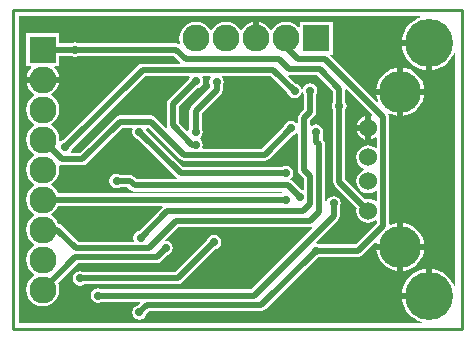
<source format=gbl>
%FSLAX25Y25*%
%MOIN*%
G70*
G01*
G75*
G04 Layer_Physical_Order=2*
G04 Layer_Color=16711680*
%ADD10R,0.04000X0.03500*%
%ADD11R,0.03150X0.03543*%
%ADD12R,0.04600X0.04000*%
%ADD13R,0.21654X0.07874*%
%ADD14R,0.03500X0.04000*%
%ADD15R,0.02362X0.07480*%
%ADD16R,0.04500X0.02700*%
%ADD17R,0.05500X0.05100*%
%ADD18C,0.02000*%
%ADD19C,0.01890*%
%ADD20C,0.01000*%
%ADD21C,0.06000*%
%ADD22C,0.14000*%
%ADD23R,0.09000X0.09000*%
%ADD24C,0.09000*%
%ADD25R,0.09000X0.09000*%
%ADD26C,0.16000*%
%ADD27C,0.02800*%
G36*
X235964Y204005D02*
X235139Y203755D01*
X233576Y202919D01*
X232205Y201795D01*
X231081Y200424D01*
X230245Y198861D01*
X229730Y197164D01*
X229655Y196400D01*
X238601D01*
Y195401D01*
X239600D01*
Y186455D01*
X240364Y186530D01*
X242061Y187045D01*
X243624Y187881D01*
X244995Y189005D01*
X246119Y190376D01*
X246955Y191939D01*
X247005Y192105D01*
X247500Y192032D01*
Y114568D01*
X247005Y114495D01*
X246955Y114661D01*
X246119Y116224D01*
X244995Y117595D01*
X243624Y118719D01*
X242061Y119555D01*
X240364Y120070D01*
X239600Y120145D01*
Y111199D01*
X238601D01*
Y110200D01*
X229655D01*
X229730Y109436D01*
X230245Y107739D01*
X231081Y106176D01*
X232205Y104805D01*
X233576Y103681D01*
X235139Y102845D01*
X236294Y102495D01*
X236221Y102000D01*
X102000D01*
Y204500D01*
X235891D01*
X235964Y204005D01*
D02*
G37*
%LPC*%
G36*
X237600Y120145D02*
X236836Y120070D01*
X235139Y119555D01*
X233576Y118719D01*
X232205Y117595D01*
X231081Y116224D01*
X230245Y114661D01*
X229730Y112964D01*
X229655Y112200D01*
X237600D01*
Y120145D01*
D02*
G37*
G36*
X228169Y126513D02*
X221229D01*
X221285Y125945D01*
X221743Y124437D01*
X222485Y123047D01*
X223485Y121829D01*
X224703Y120829D01*
X226093Y120087D01*
X227601Y119629D01*
X228169Y119573D01*
Y126513D01*
D02*
G37*
G36*
X230169Y135454D02*
Y128513D01*
X237110D01*
X237054Y129082D01*
X236596Y130590D01*
X235853Y131980D01*
X234854Y133198D01*
X233635Y134197D01*
X232246Y134940D01*
X230738Y135398D01*
X230169Y135454D01*
D02*
G37*
G36*
X237110Y126513D02*
X230169D01*
Y119573D01*
X230738Y119629D01*
X232246Y120087D01*
X233635Y120829D01*
X234854Y121829D01*
X235853Y123047D01*
X236596Y124437D01*
X237054Y125945D01*
X237110Y126513D01*
D02*
G37*
G36*
X167100Y131547D02*
X166164Y131361D01*
X165370Y130830D01*
X164839Y130036D01*
X164761Y129645D01*
X154255Y119139D01*
X123518D01*
X123336Y119261D01*
X122400Y119447D01*
X121464Y119261D01*
X120670Y118730D01*
X120139Y117936D01*
X119953Y117000D01*
X120139Y116064D01*
X120670Y115270D01*
X121464Y114739D01*
X122400Y114553D01*
X123336Y114739D01*
X123818Y115061D01*
X155100D01*
X155880Y115216D01*
X156542Y115658D01*
X156542Y115658D01*
X156542Y115658D01*
X167645Y126761D01*
X168036Y126839D01*
X168830Y127370D01*
X169361Y128164D01*
X169547Y129100D01*
X169361Y130036D01*
X168830Y130830D01*
X168036Y131361D01*
X167100Y131547D01*
D02*
G37*
G36*
X237600Y194400D02*
X229655D01*
X229730Y193636D01*
X230245Y191939D01*
X231081Y190376D01*
X232205Y189005D01*
X233576Y187881D01*
X235139Y187045D01*
X236836Y186530D01*
X237600Y186455D01*
Y194400D01*
D02*
G37*
G36*
X191100Y202548D02*
X189664Y202358D01*
X188326Y201804D01*
X187177Y200923D01*
X186350Y199844D01*
X185850D01*
X185023Y200923D01*
X183874Y201804D01*
X182536Y202358D01*
X182100Y202416D01*
Y196999D01*
X180100D01*
Y202416D01*
X179664Y202358D01*
X178326Y201804D01*
X177177Y200923D01*
X176350Y199844D01*
X175850D01*
X175023Y200923D01*
X173874Y201804D01*
X172536Y202358D01*
X171100Y202548D01*
X169664Y202358D01*
X168326Y201804D01*
X167177Y200923D01*
X166350Y199844D01*
X165850D01*
X165023Y200923D01*
X163874Y201804D01*
X162536Y202358D01*
X161100Y202548D01*
X159664Y202358D01*
X158326Y201804D01*
X157177Y200923D01*
X156296Y199774D01*
X155742Y198436D01*
X155552Y197000D01*
X155742Y195564D01*
X155806Y195408D01*
X155420Y195091D01*
X155280Y195184D01*
X154500Y195339D01*
X122018D01*
X121686Y195561D01*
X120750Y195747D01*
X119814Y195561D01*
X119482Y195339D01*
X115500D01*
Y198800D01*
X104500D01*
Y187800D01*
X106052D01*
X106213Y187327D01*
X106077Y187223D01*
X105196Y186074D01*
X104642Y184736D01*
X104584Y184300D01*
X115416D01*
X115358Y184736D01*
X114804Y186074D01*
X113923Y187223D01*
X113787Y187327D01*
X113948Y187800D01*
X115500D01*
Y191261D01*
X119482D01*
X119814Y191039D01*
X120750Y190853D01*
X121686Y191039D01*
X122018Y191261D01*
X153655D01*
X155815Y189101D01*
X155624Y188639D01*
X143300D01*
X143300Y188639D01*
X142520Y188484D01*
X141858Y188042D01*
X117001Y163184D01*
X116610Y163107D01*
X115921Y162646D01*
X115496Y162911D01*
X115548Y163300D01*
X115358Y164736D01*
X114804Y166074D01*
X113923Y167223D01*
X112774Y168104D01*
Y168496D01*
X113923Y169377D01*
X114804Y170526D01*
X115358Y171864D01*
X115548Y173300D01*
X115358Y174736D01*
X114804Y176074D01*
X113923Y177223D01*
X112774Y178104D01*
Y178496D01*
X113923Y179377D01*
X114804Y180526D01*
X115358Y181864D01*
X115416Y182300D01*
X104584D01*
X104642Y181864D01*
X105196Y180526D01*
X106077Y179377D01*
X107156Y178550D01*
Y178050D01*
X106077Y177223D01*
X105196Y176074D01*
X104642Y174736D01*
X104453Y173300D01*
X104642Y171864D01*
X105196Y170526D01*
X106077Y169377D01*
X107156Y168550D01*
Y168050D01*
X106077Y167223D01*
X105196Y166074D01*
X104642Y164736D01*
X104453Y163300D01*
X104642Y161864D01*
X105196Y160526D01*
X106077Y159377D01*
X107156Y158550D01*
Y158050D01*
X106077Y157223D01*
X105196Y156074D01*
X104642Y154736D01*
X104453Y153300D01*
X104642Y151864D01*
X105196Y150526D01*
X106077Y149377D01*
X107156Y148550D01*
Y148050D01*
X106077Y147223D01*
X105196Y146074D01*
X104642Y144736D01*
X104453Y143300D01*
X104642Y141864D01*
X105196Y140526D01*
X106077Y139377D01*
X107156Y138550D01*
Y138050D01*
X106077Y137223D01*
X105196Y136074D01*
X104642Y134736D01*
X104453Y133300D01*
X104642Y131864D01*
X105196Y130526D01*
X106077Y129377D01*
X107156Y128550D01*
Y128050D01*
X106077Y127223D01*
X105196Y126074D01*
X104642Y124736D01*
X104453Y123300D01*
X104642Y121864D01*
X105196Y120526D01*
X106077Y119377D01*
X107156Y118550D01*
Y118050D01*
X106077Y117223D01*
X105196Y116074D01*
X104642Y114736D01*
X104453Y113300D01*
X104642Y111864D01*
X105196Y110526D01*
X106077Y109377D01*
X107226Y108496D01*
X108564Y107942D01*
X110000Y107753D01*
X111436Y107942D01*
X112774Y108496D01*
X113923Y109377D01*
X114804Y110526D01*
X115358Y111864D01*
X115548Y113300D01*
X115358Y114736D01*
X115054Y115470D01*
X121645Y122061D01*
X147910D01*
X148690Y122216D01*
X149352Y122658D01*
X151445Y124752D01*
X151836Y124829D01*
X152630Y125360D01*
X153161Y126154D01*
X153347Y127090D01*
X153161Y128027D01*
X152630Y128821D01*
X151836Y129351D01*
X150900Y129537D01*
X150838Y129654D01*
X155245Y134061D01*
X199200D01*
X199709Y134162D01*
X199945Y133721D01*
X179563Y113339D01*
X129668D01*
X129336Y113561D01*
X128400Y113747D01*
X127464Y113561D01*
X126670Y113030D01*
X126139Y112236D01*
X125953Y111300D01*
X126139Y110364D01*
X126670Y109570D01*
X127464Y109039D01*
X128400Y108853D01*
X129336Y109039D01*
X129668Y109261D01*
X142272D01*
X142463Y108799D01*
X141655Y107990D01*
X141264Y107913D01*
X140470Y107382D01*
X139939Y106588D01*
X139753Y105652D01*
X139939Y104715D01*
X140470Y103921D01*
X141264Y103391D01*
X142200Y103205D01*
X143136Y103391D01*
X143930Y103921D01*
X144461Y104715D01*
X144539Y105106D01*
X145593Y106161D01*
X182800D01*
X183580Y106316D01*
X184242Y106758D01*
X184242Y106758D01*
X184242Y106758D01*
X201445Y123961D01*
X201836Y124039D01*
X202168Y124261D01*
X215200D01*
X215980Y124416D01*
X216642Y124858D01*
X220806Y129022D01*
X221258Y128809D01*
X221229Y128513D01*
X228169D01*
Y135454D01*
X227601Y135398D01*
X226093Y134940D01*
X225968Y134873D01*
X225539Y135130D01*
Y170700D01*
X225384Y171480D01*
X225210Y171741D01*
X225546Y172111D01*
X226093Y171819D01*
X227601Y171361D01*
X228169Y171305D01*
Y178246D01*
X221229D01*
X221285Y177677D01*
X221743Y176169D01*
X221890Y175893D01*
X221489Y175595D01*
X205642Y191442D01*
X205660Y191500D01*
X206600D01*
Y202500D01*
X195600D01*
Y200948D01*
X195126Y200787D01*
X195023Y200923D01*
X193874Y201804D01*
X192536Y202358D01*
X191100Y202548D01*
D02*
G37*
G36*
X230169Y187186D02*
Y180246D01*
X237110D01*
X237054Y180814D01*
X236596Y182322D01*
X235853Y183712D01*
X234854Y184930D01*
X233635Y185930D01*
X232246Y186672D01*
X230738Y187130D01*
X230169Y187186D01*
D02*
G37*
G36*
X237110Y178246D02*
X230169D01*
Y171305D01*
X230738Y171361D01*
X232246Y171819D01*
X233635Y172562D01*
X234854Y173561D01*
X235853Y174779D01*
X236596Y176169D01*
X237054Y177677D01*
X237110Y178246D01*
D02*
G37*
G36*
X228169Y187186D02*
X227601Y187130D01*
X226093Y186672D01*
X224703Y185930D01*
X223485Y184930D01*
X222485Y183712D01*
X221743Y182322D01*
X221285Y180814D01*
X221229Y180246D01*
X228169D01*
Y187186D01*
D02*
G37*
%LPD*%
G36*
X150015Y140799D02*
X142055Y132839D01*
X141664Y132761D01*
X140870Y132230D01*
X140339Y131436D01*
X140153Y130500D01*
X140339Y129564D01*
X140112Y129139D01*
X121845D01*
X116242Y134742D01*
X115580Y135184D01*
X115136Y135272D01*
X114804Y136074D01*
X113923Y137223D01*
X112774Y138104D01*
Y138496D01*
X113923Y139377D01*
X114804Y140526D01*
X115109Y141261D01*
X149824D01*
X150015Y140799D01*
D02*
G37*
G36*
X206761Y179455D02*
Y175868D01*
X206539Y175536D01*
X206353Y174600D01*
X206539Y173664D01*
X206761Y173332D01*
Y149300D01*
X206761Y149300D01*
X206761D01*
X206916Y148520D01*
X207358Y147858D01*
X214599Y140617D01*
X214465Y139600D01*
X214603Y138556D01*
X215006Y137583D01*
X215647Y136747D01*
X216483Y136106D01*
X217456Y135703D01*
X218500Y135565D01*
X219544Y135703D01*
X220517Y136106D01*
X221012Y136486D01*
X221461Y136265D01*
Y135445D01*
X214355Y128339D01*
X202168D01*
X201836Y128561D01*
X200900Y128747D01*
X200844Y128852D01*
X208396Y136404D01*
X208838Y137066D01*
X208993Y137846D01*
X208993Y137846D01*
X208993Y137846D01*
Y137846D01*
Y140778D01*
X209214Y141110D01*
X209401Y142046D01*
X209214Y142983D01*
X208684Y143777D01*
X207890Y144307D01*
X206954Y144493D01*
X206017Y144307D01*
X205223Y143777D01*
X204693Y142983D01*
X204637Y142701D01*
X204139Y142750D01*
Y161700D01*
X203984Y162480D01*
X203542Y163142D01*
X203239Y163445D01*
Y164931D01*
X203261Y164964D01*
X203447Y165900D01*
X203261Y166836D01*
X202730Y167630D01*
X201936Y168161D01*
X201000Y168347D01*
X200064Y168161D01*
X199580Y167838D01*
X199139Y168073D01*
Y169655D01*
X200542Y171058D01*
X200984Y171720D01*
X201139Y172500D01*
X201139Y172500D01*
X201139Y172500D01*
Y172500D01*
Y178332D01*
X201361Y178664D01*
X201547Y179600D01*
X201361Y180536D01*
X200830Y181330D01*
X200036Y181861D01*
X199100Y182047D01*
X198164Y181861D01*
X197370Y181330D01*
X196839Y180536D01*
X196740Y180038D01*
X196240D01*
X196161Y180436D01*
X195630Y181230D01*
X194836Y181761D01*
X194445Y181839D01*
X191869Y184415D01*
X192000Y184661D01*
X201555D01*
X206761Y179455D01*
D02*
G37*
G36*
X159029Y184120D02*
X158839Y183836D01*
X158761Y183445D01*
X152000Y176684D01*
X151558Y176023D01*
X151403Y175242D01*
Y168000D01*
X151403Y168000D01*
X151403D01*
X151513Y167448D01*
X151072Y167212D01*
X147542Y170742D01*
X146880Y171184D01*
X146100Y171339D01*
X135700D01*
X134920Y171184D01*
X134258Y170742D01*
X122355Y158839D01*
X119622D01*
X119386Y159280D01*
X119807Y159910D01*
X119885Y160301D01*
X144145Y184561D01*
X158793D01*
X159029Y184120D01*
D02*
G37*
G36*
X191561Y178955D02*
X191639Y178564D01*
X192170Y177770D01*
X192964Y177239D01*
X193900Y177053D01*
X194836Y177239D01*
X195630Y177770D01*
X196161Y178564D01*
X196260Y179062D01*
X196760D01*
X196839Y178664D01*
X197061Y178332D01*
Y173345D01*
X195658Y171942D01*
X195216Y171280D01*
X195061Y170500D01*
Y168897D01*
X194582Y168752D01*
X194530Y168830D01*
X193736Y169361D01*
X192800Y169547D01*
X191864Y169361D01*
X191070Y168830D01*
X190539Y168036D01*
X190461Y167645D01*
X183055Y160239D01*
X163388D01*
X163161Y160664D01*
X163347Y161600D01*
X163161Y162536D01*
X162630Y163330D01*
X162451Y163450D01*
Y163950D01*
X162630Y164070D01*
X163161Y164864D01*
X163347Y165800D01*
X163161Y166736D01*
X162939Y167068D01*
Y171955D01*
X169342Y178358D01*
X169342Y178358D01*
X169607Y178755D01*
X169784Y179020D01*
X169939Y179800D01*
X169939Y179800D01*
X169939Y179800D01*
Y179800D01*
Y181232D01*
X170161Y181564D01*
X170347Y182500D01*
X170161Y183436D01*
X169630Y184230D01*
X169731Y184561D01*
X185955D01*
X191561Y178955D01*
D02*
G37*
G36*
X219860Y171456D02*
X219582Y171040D01*
X219544Y171056D01*
X219500Y171062D01*
Y167158D01*
Y163256D01*
X219544Y163262D01*
X220517Y163665D01*
X221012Y164045D01*
X221461Y163824D01*
Y160652D01*
X221012Y160431D01*
X220517Y160811D01*
X219544Y161214D01*
X218500Y161351D01*
X217456Y161214D01*
X216483Y160811D01*
X215647Y160169D01*
X215006Y159334D01*
X214603Y158361D01*
X214465Y157317D01*
X214603Y156272D01*
X215006Y155299D01*
X215647Y154464D01*
X216483Y153823D01*
X216949Y153630D01*
Y153130D01*
X216483Y152937D01*
X215647Y152295D01*
X215006Y151460D01*
X214603Y150487D01*
X214465Y149443D01*
X214603Y148398D01*
X215006Y147425D01*
X215647Y146590D01*
X216483Y145949D01*
X217456Y145546D01*
X218500Y145408D01*
X219544Y145546D01*
X220517Y145949D01*
X221012Y146328D01*
X221461Y146107D01*
Y142935D01*
X221012Y142714D01*
X220517Y143094D01*
X219544Y143497D01*
X218500Y143634D01*
X217483Y143501D01*
X210839Y150145D01*
Y173332D01*
X211061Y173664D01*
X211247Y174600D01*
X211061Y175536D01*
X210839Y175868D01*
Y179824D01*
X211301Y180015D01*
X219860Y171456D01*
D02*
G37*
G36*
X155758Y156758D02*
X156420Y156316D01*
X157200Y156161D01*
X183900D01*
X184680Y156316D01*
X185342Y156758D01*
X185342Y156758D01*
X185342Y156758D01*
X193345Y164761D01*
X193736Y164839D01*
X194530Y165370D01*
X194582Y165447D01*
X195061Y165302D01*
Y153250D01*
X195061Y153250D01*
X195061D01*
X195216Y152470D01*
X195658Y151808D01*
X197061Y150405D01*
Y146588D01*
X196636Y146361D01*
X196245Y146439D01*
X193265Y149419D01*
X192603Y149861D01*
X192529Y150235D01*
X192730Y150370D01*
X193261Y151164D01*
X193447Y152100D01*
X193261Y153036D01*
X192730Y153830D01*
X191936Y154361D01*
X191000Y154547D01*
X190064Y154361D01*
X189732Y154139D01*
X156745D01*
X144519Y166365D01*
X144441Y166756D01*
X144398Y166820D01*
X144634Y167261D01*
X145255D01*
X155758Y156758D01*
D02*
G37*
G36*
X139962Y166820D02*
X139919Y166756D01*
X139733Y165820D01*
X139919Y164884D01*
X140450Y164090D01*
X141244Y163559D01*
X141635Y163481D01*
X154458Y150658D01*
X154458D01*
X154458Y150658D01*
X154458Y150658D01*
Y150658D01*
X154703Y150495D01*
X154558Y150016D01*
X141445D01*
X140519Y150942D01*
X139857Y151384D01*
X139077Y151539D01*
X135868D01*
X135536Y151761D01*
X134600Y151947D01*
X133664Y151761D01*
X132870Y151230D01*
X132339Y150436D01*
X132153Y149500D01*
X132339Y148564D01*
X132870Y147770D01*
X133664Y147239D01*
X134600Y147053D01*
X135536Y147239D01*
X135868Y147461D01*
X138232D01*
X139158Y146535D01*
X139820Y146093D01*
X140600Y145938D01*
X189667D01*
X189726Y145741D01*
X189429Y145339D01*
X115109D01*
X114804Y146074D01*
X113923Y147223D01*
X112774Y148104D01*
Y148496D01*
X113923Y149377D01*
X114804Y150526D01*
X115358Y151864D01*
X115548Y153300D01*
X115398Y154435D01*
X115668Y154838D01*
X115745Y154911D01*
X116500Y154761D01*
X123200D01*
X123980Y154916D01*
X124642Y155358D01*
X124642Y155358D01*
X124642Y155358D01*
X136545Y167261D01*
X139726D01*
X139962Y166820D01*
D02*
G37*
G36*
X166096Y184120D02*
X165639Y183436D01*
X165453Y182500D01*
X165639Y181564D01*
X165861Y181232D01*
Y180645D01*
X159458Y174242D01*
X159016Y173580D01*
X158861Y172800D01*
Y167068D01*
X158639Y166736D01*
X158569Y166381D01*
X158090Y166236D01*
X155481Y168845D01*
Y174398D01*
X161645Y180561D01*
X162036Y180639D01*
X162830Y181170D01*
X163361Y181964D01*
X163547Y182900D01*
X163361Y183836D01*
X163171Y184120D01*
X163407Y184561D01*
X165860D01*
X166096Y184120D01*
D02*
G37*
%LPC*%
G36*
X217500Y171062D02*
X217456Y171056D01*
X216483Y170653D01*
X215647Y170012D01*
X215006Y169176D01*
X214603Y168203D01*
X214597Y168159D01*
X217500D01*
Y171062D01*
D02*
G37*
G36*
Y166159D02*
X214597D01*
X214603Y166115D01*
X215006Y165142D01*
X215647Y164306D01*
X216483Y163665D01*
X217456Y163262D01*
X217500Y163256D01*
Y166159D01*
D02*
G37*
%LPD*%
D18*
X208800Y174600D02*
Y180300D01*
X202400Y186700D02*
X208800Y180300D01*
X192000Y186700D02*
X202400D01*
X155100Y117100D02*
X167100Y129100D01*
X122800Y117100D02*
X155100D01*
X180408Y111300D02*
X206954Y137846D01*
X128400Y111300D02*
X180408D01*
X144748Y108200D02*
X182800D01*
X142200Y105652D02*
X144748Y108200D01*
X182800D02*
X200900Y126300D01*
X199200Y136100D02*
X202100Y139000D01*
X154400Y136100D02*
X199200D01*
X145400Y127100D02*
X154400Y136100D01*
X121000Y127100D02*
X145400D01*
X114800Y133300D02*
X121000Y127100D01*
X110000Y133300D02*
X114800D01*
X134600Y149500D02*
X139077D01*
X140600Y147977D01*
X197100Y170500D02*
X199100Y172500D01*
X197100Y153250D02*
Y170500D01*
Y153250D02*
X199100Y151250D01*
Y172500D02*
Y179600D01*
X201000Y165900D02*
X201100D01*
X201200Y166000D01*
Y162600D02*
Y166000D01*
Y162600D02*
X202100Y161700D01*
Y139000D02*
Y161700D01*
X199100Y141800D02*
Y151250D01*
X160900Y172800D02*
X167900Y179800D01*
Y182500D01*
X186800Y186600D02*
X193900Y179500D01*
X143300Y186600D02*
X186800D01*
X188700Y190000D02*
X192000Y186700D01*
X157800Y190000D02*
X188700D01*
X204200D02*
X223500Y170700D01*
X191100Y194000D02*
X195100Y190000D01*
X191100Y197000D02*
Y198900D01*
Y194000D02*
Y197000D01*
X195100Y190000D02*
X204200D01*
X223500Y134600D02*
Y170700D01*
X208800Y149300D02*
Y174600D01*
X120750Y193300D02*
X154500D01*
X157800Y190000D01*
X208800Y149300D02*
X218500Y139600D01*
X160900Y165800D02*
Y172800D01*
X117546Y160846D02*
X143300Y186600D01*
X110000Y163300D02*
X116500Y156800D01*
X123200D01*
X135700Y169300D01*
X146100D01*
X157200Y158200D01*
X183900D01*
X192800Y167100D01*
X142600Y130500D02*
X151500Y139400D01*
X196700D01*
X199100Y141800D01*
X142180Y165820D02*
X155900Y152100D01*
X191000D01*
X110000Y193300D02*
X120750D01*
X191823Y147977D02*
X195700Y144100D01*
X140600Y147977D02*
X191823D01*
X159842Y161600D02*
X160900D01*
X153442Y168000D02*
X159842Y161600D01*
X153442Y168000D02*
Y175242D01*
X161100Y182900D01*
X206954Y137846D02*
Y142046D01*
X110000Y113300D02*
X120800Y124100D01*
X147910D01*
X150900Y127090D01*
X215200Y126300D02*
X223500Y134600D01*
X200900Y126300D02*
X215200D01*
X110000Y143300D02*
X190900D01*
D20*
X100000Y100000D02*
X249600D01*
Y206600D01*
X100000D02*
X249600D01*
X100000Y100000D02*
Y206600D01*
D21*
X218500Y149443D02*
D03*
Y157317D02*
D03*
Y167159D02*
D03*
Y139600D02*
D03*
D22*
X229169Y127513D02*
D03*
Y179246D02*
D03*
D23*
X201100Y197000D02*
D03*
D24*
X191100D02*
D03*
X181100D02*
D03*
X171100D02*
D03*
X161100D02*
D03*
X110000Y133300D02*
D03*
Y143300D02*
D03*
Y183300D02*
D03*
Y173300D02*
D03*
Y163300D02*
D03*
Y153300D02*
D03*
Y123300D02*
D03*
Y113300D02*
D03*
D25*
Y193300D02*
D03*
D26*
X238600Y111200D02*
D03*
Y195400D02*
D03*
D27*
X203800Y179700D02*
D03*
X211200Y131700D02*
D03*
X136200Y173500D02*
D03*
X135400Y188100D02*
D03*
X152300Y181600D02*
D03*
X119300Y135400D02*
D03*
X147700Y153000D02*
D03*
X173500Y180000D02*
D03*
X166000Y164200D02*
D03*
X181700Y164800D02*
D03*
X239300Y154900D02*
D03*
X211100Y200900D02*
D03*
X109800Y202000D02*
D03*
X111800Y105000D02*
D03*
X149600Y104200D02*
D03*
X174300Y104300D02*
D03*
X156300Y127200D02*
D03*
X171500Y125900D02*
D03*
X177800Y116100D02*
D03*
X122400Y117000D02*
D03*
X142200Y105652D02*
D03*
X201000Y165900D02*
D03*
X167900Y182500D02*
D03*
X160900Y165800D02*
D03*
X193900Y179500D02*
D03*
X117546Y160846D02*
D03*
X192800Y167100D02*
D03*
X142600Y130500D02*
D03*
X199100Y179600D02*
D03*
X142180Y165820D02*
D03*
X191000Y152100D02*
D03*
X120750Y193300D02*
D03*
X195700Y144100D02*
D03*
X134600Y149500D02*
D03*
X160900Y161600D02*
D03*
X161100Y182900D02*
D03*
X208800Y174600D02*
D03*
X206954Y142046D02*
D03*
X128400Y111300D02*
D03*
X150900Y127090D02*
D03*
X167100Y129100D02*
D03*
X200900Y126300D02*
D03*
X190900Y143300D02*
D03*
M02*

</source>
